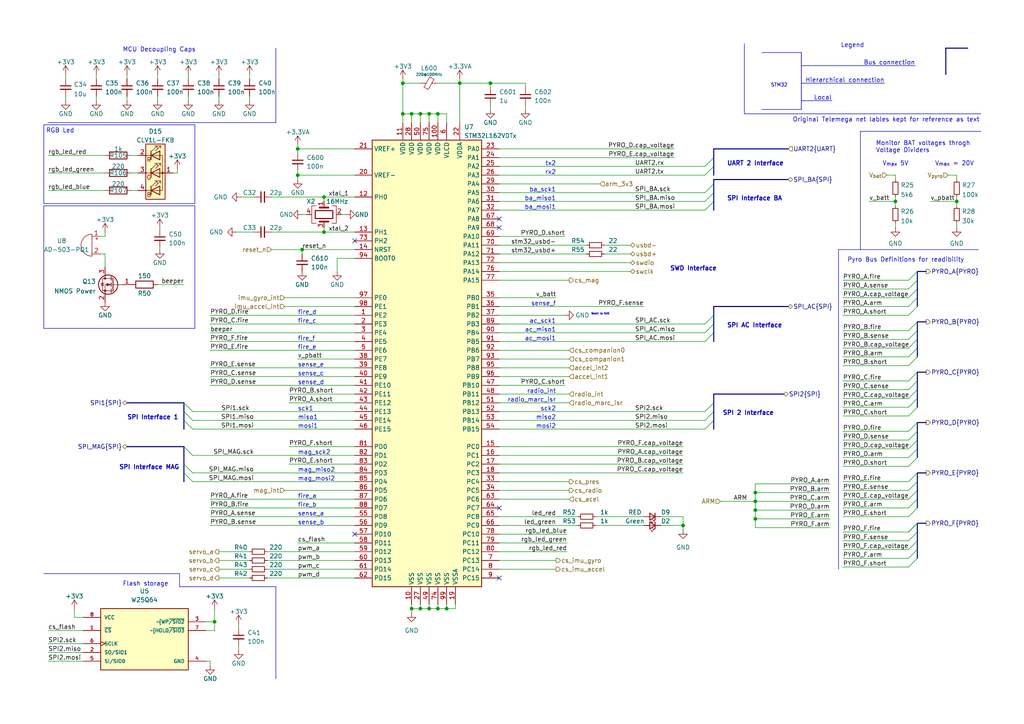
<source format=kicad_sch>
(kicad_sch (version 20231120) (generator "eeschema") (generator_version "8.0")
  (paper "A4")
  (title_block (title "TeleSTERN Rocketry Flight Computer") (date "2023-03-30") (rev "2.2") (company "Space Team Aachen - STAR Dresden - Hochschule Bremen") (comment 1 "Based on Telemega 5.0 by Altusmetrum") (comment 2 "TAPR Open Hardware License"))
  (junction (at 93.98 57.15))
  (junction (at 119.38 33.02))
  (junction (at 116.84 33.02))
  (junction (at 116.84 24.13))
  (junction (at 219.075 145.415))
  (junction (at 277.495 58.42))
  (junction (at 133.35 24.13))
  (junction (at 219.075 150.495))
  (junction (at 93.98 67.31))
  (junction (at 198.12 152.4))
  (junction (at 127 33.02))
  (junction (at 129.54 176.53))
  (junction (at 121.92 176.53))
  (junction (at 121.92 33.02))
  (junction (at 119.38 176.53))
  (junction (at 127 176.53))
  (junction (at 219.075 147.955))
  (junction (at 124.46 33.02))
  (junction (at 142.24 24.13))
  (junction (at 86.36 43.18))
  (junction (at 124.46 176.53))
  (junction (at 86.36 50.8))
  (junction (at 62.23 180.34))
  (junction (at 219.075 142.875))
  (junction (at 87.63 72.39))
  (junction (at 259.715 58.42))
  (no_connect (at 144.78 63.5))
  (no_connect (at 102.87 69.85))
  (no_connect (at 144.78 147.32))
  (no_connect (at 144.78 66.04))
  (no_connect (at 102.87 154.94))
  (no_connect (at 144.78 167.64))
  (bus_entry (at 53.34 119.38) (size 2.54 2.54))
  (bus_entry (at 207.01 96.52) (size -2.54 2.54))
  (bus_entry (at 207.01 58.42) (size -2.54 2.54))
  (bus_entry (at 266.065 118.11) (size -2.54 2.54))
  (bus_entry (at 266.065 107.95) (size -2.54 2.54))
  (bus_entry (at 53.34 137.16) (size 2.54 2.54))
  (bus_entry (at 266.065 154.305) (size -2.54 2.54))
  (bus_entry (at 266.065 110.49) (size -2.54 2.54))
  (bus_entry (at 207.01 121.92) (size -2.54 2.54))
  (bus_entry (at 266.065 88.9) (size -2.54 2.54))
  (bus_entry (at 266.065 115.57) (size -2.54 2.54))
  (bus_entry (at 266.065 159.385) (size -2.54 2.54))
  (bus_entry (at 266.065 103.505) (size -2.54 2.54))
  (bus_entry (at 266.065 93.345) (size -2.54 2.54))
  (bus_entry (at 207.01 91.44) (size -2.54 2.54))
  (bus_entry (at 207.01 55.88) (size -2.54 2.54))
  (bus_entry (at 266.065 98.425) (size -2.54 2.54))
  (bus_entry (at 266.065 142.24) (size -2.54 2.54))
  (bus_entry (at 207.01 48.26) (size -2.54 2.54))
  (bus_entry (at 266.065 83.82) (size -2.54 2.54))
  (bus_entry (at 266.065 86.36) (size -2.54 2.54))
  (bus_entry (at 207.01 45.72) (size -2.54 2.54))
  (bus_entry (at 266.065 78.74) (size -2.54 2.54))
  (bus_entry (at 207.01 53.34) (size -2.54 2.54))
  (bus_entry (at 266.065 156.845) (size -2.54 2.54))
  (bus_entry (at 266.065 144.78) (size -2.54 2.54))
  (bus_entry (at 266.065 130.175) (size -2.54 2.54))
  (bus_entry (at 266.065 151.765) (size -2.54 2.54))
  (bus_entry (at 207.01 119.38) (size -2.54 2.54))
  (bus_entry (at 207.01 93.98) (size -2.54 2.54))
  (bus_entry (at 53.34 116.84) (size 2.54 2.54))
  (bus_entry (at 266.065 137.16) (size -2.54 2.54))
  (bus_entry (at 266.065 113.03) (size -2.54 2.54))
  (bus_entry (at 266.065 147.32) (size -2.54 2.54))
  (bus_entry (at 53.34 134.62) (size 2.54 2.54))
  (bus_entry (at 207.01 116.84) (size -2.54 2.54))
  (bus_entry (at 266.065 100.965) (size -2.54 2.54))
  (bus_entry (at 266.065 122.555) (size -2.54 2.54))
  (bus_entry (at 266.065 132.715) (size -2.54 2.54))
  (bus_entry (at 266.065 127.635) (size -2.54 2.54))
  (bus_entry (at 266.065 139.7) (size -2.54 2.54))
  (bus_entry (at 266.065 151.765) (size -2.54 2.54))
  (bus_entry (at 53.34 129.54) (size 2.54 2.54))
  (bus_entry (at 266.065 125.095) (size -2.54 2.54))
  (bus_entry (at 53.34 121.92) (size 2.54 2.54))
  (bus_entry (at 266.065 161.925) (size -2.54 2.54))
  (bus_entry (at 266.065 81.28) (size -2.54 2.54))
  (bus_entry (at 266.065 95.885) (size -2.54 2.54))
  (wire (pts (xy 63.5 162.56) (xy 72.39 162.56)))
  (wire (pts (xy 45.72 82.55) (xy 53.34 82.55)))
  (wire (pts (xy 59.69 182.88) (xy 62.23 182.88)))
  (polyline (pts (xy 232.41 24.13) (xy 256.54 24.13)))
  (bus (pts (xy 266.065 154.305) (xy 266.065 156.845)))
  (wire (pts (xy 244.475 83.82) (xy 263.525 83.82)))
  (wire (pts (xy 124.46 33.02) (xy 124.46 35.56)))
  (wire (pts (xy 55.88 132.08) (xy 102.87 132.08)))
  (wire (pts (xy 144.78 99.06) (xy 204.47 99.06)))
  (wire (pts (xy 129.54 175.26) (xy 129.54 176.53)))
  (wire (pts (xy 60.96 99.06) (xy 102.87 99.06)))
  (wire (pts (xy 87.63 73.66) (xy 87.63 72.39)))
  (bus (pts (xy 207.01 48.26) (xy 207.01 45.72)))
  (wire (pts (xy 219.075 145.415) (xy 240.665 145.415)))
  (bus (pts (xy 266.065 139.7) (xy 266.065 142.24)))
  (wire (pts (xy 62.23 176.53) (xy 62.23 180.34)))
  (wire (pts (xy 38.1 55.245) (xy 40.005 55.245)))
  (polyline (pts (xy 52.07 166.37) (xy 52.07 170.18)))
  (polyline (pts (xy 12.7 95.25) (xy 56.515 95.25)))
  (bus (pts (xy 228.6 52.07) (xy 207.01 52.07)))
  (wire (pts (xy 54.61 21.59) (xy 54.61 22.86)))
  (wire (pts (xy 124.46 175.26) (xy 124.46 176.53)))
  (wire (pts (xy 144.78 132.08) (xy 198.12 132.08)))
  (wire (pts (xy 127 176.53) (xy 129.54 176.53)))
  (wire (pts (xy 244.475 130.175) (xy 263.525 130.175)))
  (polyline (pts (xy 232.41 19.05) (xy 265.43 19.05)))
  (wire (pts (xy 144.78 165.1) (xy 161.29 165.1)))
  (wire (pts (xy 129.54 176.53) (xy 132.08 176.53)))
  (bus (pts (xy 207.01 119.38) (xy 207.01 116.84)))
  (wire (pts (xy 87.63 62.23) (xy 88.9 62.23)))
  (wire (pts (xy 127 24.13) (xy 133.35 24.13)))
  (bus (pts (xy 207.01 93.98) (xy 207.01 91.44)))
  (wire (pts (xy 244.475 132.715) (xy 263.525 132.715)))
  (wire (pts (xy 144.78 58.42) (xy 204.47 58.42)))
  (wire (pts (xy 72.39 27.94) (xy 72.39 29.21)))
  (wire (pts (xy 83.82 134.62) (xy 102.87 134.62)))
  (wire (pts (xy 27.94 21.59) (xy 27.94 22.86)))
  (wire (pts (xy 208.915 145.415) (xy 219.075 145.415)))
  (wire (pts (xy 55.88 121.92) (xy 102.87 121.92)))
  (polyline (pts (xy 232.41 15.24) (xy 232.41 31.75)))
  (polyline (pts (xy 215.9 33.02) (xy 284.48 33.02)))
  (wire (pts (xy 87.63 72.39) (xy 102.87 72.39)))
  (polyline (pts (xy 232.41 29.21) (xy 241.3 29.21)))
  (wire (pts (xy 60.96 144.78) (xy 102.87 144.78)))
  (wire (pts (xy 102.87 152.4) (xy 60.96 152.4)))
  (wire (pts (xy 186.69 88.9) (xy 144.78 88.9)))
  (polyline (pts (xy 52.07 170.18) (xy 80.01 170.18)))
  (wire (pts (xy 219.075 140.335) (xy 240.665 140.335)))
  (wire (pts (xy 124.46 176.53) (xy 127 176.53)))
  (wire (pts (xy 144.78 134.62) (xy 198.12 134.62)))
  (wire (pts (xy 144.78 101.6) (xy 165.1 101.6)))
  (wire (pts (xy 60.96 96.52) (xy 102.87 96.52)))
  (wire (pts (xy 45.72 21.59) (xy 45.72 22.86)))
  (wire (pts (xy 144.78 78.74) (xy 182.88 78.74)))
  (wire (pts (xy 144.78 53.34) (xy 173.99 53.34)))
  (wire (pts (xy 13.97 189.23) (xy 24.13 189.23)))
  (wire (pts (xy 127 33.02) (xy 129.54 33.02)))
  (wire (pts (xy 219.075 150.495) (xy 240.665 150.495)))
  (wire (pts (xy 244.475 127.635) (xy 263.525 127.635)))
  (wire (pts (xy 59.69 191.77) (xy 60.96 191.77)))
  (wire (pts (xy 127 175.26) (xy 127 176.53)))
  (wire (pts (xy 144.78 116.84) (xy 165.1 116.84)))
  (wire (pts (xy 127 33.02) (xy 124.46 33.02)))
  (wire (pts (xy 86.36 49.53) (xy 86.36 50.8)))
  (wire (pts (xy 116.84 33.02) (xy 116.84 35.56)))
  (wire (pts (xy 50.165 50.165) (xy 51.435 50.165)))
  (polyline (pts (xy 12.7 59.69) (xy 12.7 95.25)))
  (wire (pts (xy 144.78 104.14) (xy 165.1 104.14)))
  (wire (pts (xy 82.55 86.36) (xy 102.87 86.36)))
  (polyline (pts (xy 13.97 35.56) (xy 80.01 35.56)))
  (wire (pts (xy 62.23 180.34) (xy 62.23 182.88)))
  (wire (pts (xy 259.715 58.42) (xy 259.715 59.69)))
  (bus (pts (xy 266.065 78.74) (xy 266.065 81.28)))
  (wire (pts (xy 63.5 165.1) (xy 72.39 165.1)))
  (wire (pts (xy 86.36 43.18) (xy 102.87 43.18)))
  (wire (pts (xy 97.79 74.93) (xy 97.79 78.74)))
  (wire (pts (xy 244.475 115.57) (xy 263.525 115.57)))
  (wire (pts (xy 13.97 50.165) (xy 30.48 50.165)))
  (wire (pts (xy 78.74 67.31) (xy 93.98 67.31)))
  (wire (pts (xy 46.355 71.755) (xy 46.355 72.39)))
  (wire (pts (xy 244.475 135.255) (xy 263.525 135.255)))
  (wire (pts (xy 21.59 179.07) (xy 24.13 179.07)))
  (wire (pts (xy 277.495 57.15) (xy 277.495 58.42)))
  (polyline (pts (xy 220.98 15.24) (xy 232.41 15.24)))
  (wire (pts (xy 219.075 140.335) (xy 219.075 142.875)))
  (wire (pts (xy 198.12 152.4) (xy 198.12 153.67)))
  (wire (pts (xy 102.87 104.14) (xy 86.36 104.14)))
  (wire (pts (xy 82.55 142.24) (xy 102.87 142.24)))
  (wire (pts (xy 277.495 50.8) (xy 277.495 52.07)))
  (wire (pts (xy 191.77 152.4) (xy 198.12 152.4)))
  (wire (pts (xy 129.54 33.02) (xy 129.54 35.56)))
  (wire (pts (xy 244.475 154.305) (xy 263.525 154.305)))
  (bus (pts (xy 53.34 121.92) (xy 53.34 124.46)))
  (wire (pts (xy 244.475 81.28) (xy 263.525 81.28)))
  (wire (pts (xy 244.475 98.425) (xy 263.525 98.425)))
  (bus (pts (xy 207.01 116.84) (xy 207.01 114.3)))
  (bus (pts (xy 266.065 127.635) (xy 266.065 130.175)))
  (wire (pts (xy 86.36 44.45) (xy 86.36 43.18)))
  (wire (pts (xy 152.4 24.13) (xy 152.4 25.4)))
  (polyline (pts (xy 232.41 15.24) (xy 232.41 31.75)))
  (wire (pts (xy 244.475 110.49) (xy 263.525 110.49)))
  (wire (pts (xy 127 35.56) (xy 127 33.02)))
  (wire (pts (xy 102.87 74.93) (xy 97.79 74.93)))
  (wire (pts (xy 144.78 76.2) (xy 182.88 76.2)))
  (polyline (pts (xy 80.01 170.18) (xy 80.01 196.85)))
  (bus (pts (xy 266.065 110.49) (xy 266.065 113.03)))
  (wire (pts (xy 277.495 58.42) (xy 277.495 59.69)))
  (bus (pts (xy 268.605 78.74) (xy 266.065 78.74)))
  (wire (pts (xy 83.82 129.54) (xy 102.87 129.54)))
  (wire (pts (xy 60.96 101.6) (xy 102.87 101.6)))
  (bus (pts (xy 53.34 134.62) (xy 53.34 137.16)))
  (wire (pts (xy 72.39 21.59) (xy 72.39 22.86)))
  (bus (pts (xy 266.065 125.095) (xy 266.065 127.635)))
  (wire (pts (xy 82.55 88.9) (xy 102.87 88.9)))
  (wire (pts (xy 198.12 149.86) (xy 198.12 152.4)))
  (wire (pts (xy 244.475 139.7) (xy 263.525 139.7)))
  (wire (pts (xy 121.92 33.02) (xy 119.38 33.02)))
  (wire (pts (xy 121.92 175.26) (xy 121.92 176.53)))
  (wire (pts (xy 144.78 73.66) (xy 170.18 73.66)))
  (wire (pts (xy 144.78 109.22) (xy 165.1 109.22)))
  (wire (pts (xy 144.78 137.16) (xy 198.12 137.16)))
  (wire (pts (xy 13.97 191.77) (xy 24.13 191.77)))
  (wire (pts (xy 55.88 137.16) (xy 102.87 137.16)))
  (wire (pts (xy 244.475 86.36) (xy 263.525 86.36)))
  (wire (pts (xy 244.475 95.885) (xy 263.525 95.885)))
  (wire (pts (xy 30.48 67.31) (xy 30.48 68.58)))
  (wire (pts (xy 172.72 149.86) (xy 186.69 149.86)))
  (wire (pts (xy 144.78 86.36) (xy 161.29 86.36)))
  (wire (pts (xy 69.215 187.325) (xy 69.215 188.595)))
  (wire (pts (xy 142.24 30.48) (xy 142.24 31.75)))
  (wire (pts (xy 78.74 57.15) (xy 93.98 57.15)))
  (wire (pts (xy 191.77 149.86) (xy 198.12 149.86)))
  (wire (pts (xy 244.475 118.11) (xy 263.525 118.11)))
  (wire (pts (xy 144.78 60.96) (xy 204.47 60.96)))
  (polyline (pts (xy 249.555 72.39) (xy 283.845 72.39)))
  (wire (pts (xy 60.96 93.98) (xy 102.87 93.98)))
  (wire (pts (xy 13.97 45.085) (xy 30.48 45.085)))
  (polyline (pts (xy 215.9 12.7) (xy 215.9 33.02)))
  (wire (pts (xy 93.98 57.15) (xy 102.87 57.15)))
  (polyline (pts (xy 249.555 38.1) (xy 249.555 72.39)))
  (wire (pts (xy 144.78 71.12) (xy 170.18 71.12)))
  (wire (pts (xy 144.78 114.3) (xy 165.1 114.3)))
  (wire (pts (xy 244.475 120.65) (xy 263.525 120.65)))
  (wire (pts (xy 144.78 55.88) (xy 204.47 55.88)))
  (wire (pts (xy 172.72 152.4) (xy 186.69 152.4)))
  (wire (pts (xy 77.47 165.1) (xy 102.87 165.1)))
  (bus (pts (xy 36.83 129.54) (xy 53.34 129.54)))
  (wire (pts (xy 144.78 48.26) (xy 204.47 48.26)))
  (wire (pts (xy 63.5 21.59) (xy 63.5 22.86)))
  (bus (pts (xy 266.065 113.03) (xy 266.065 115.57)))
  (wire (pts (xy 244.475 159.385) (xy 263.525 159.385)))
  (wire (pts (xy 55.88 139.7) (xy 102.87 139.7)))
  (wire (pts (xy 144.78 157.48) (xy 164.465 157.48)))
  (wire (pts (xy 86.36 52.07) (xy 86.36 50.8)))
  (wire (pts (xy 45.72 27.94) (xy 45.72 29.21)))
  (wire (pts (xy 244.475 149.86) (xy 263.525 149.86)))
  (wire (pts (xy 144.78 152.4) (xy 167.64 152.4)))
  (bus (pts (xy 207.01 43.18) (xy 228.6 43.18)))
  (wire (pts (xy 244.475 142.24) (xy 263.525 142.24)))
  (wire (pts (xy 119.38 176.53) (xy 119.38 177.8)))
  (wire (pts (xy 144.78 154.94) (xy 164.465 154.94)))
  (wire (pts (xy 27.94 27.94) (xy 27.94 29.21)))
  (wire (pts (xy 68.58 67.31) (xy 73.66 67.31)))
  (wire (pts (xy 30.48 73.66) (xy 30.48 77.47)))
  (bus (pts (xy 266.065 86.36) (xy 266.065 88.9)))
  (wire (pts (xy 19.05 21.59) (xy 19.05 22.86)))
  (wire (pts (xy 244.475 113.03) (xy 263.525 113.03)))
  (bus (pts (xy 53.34 137.16) (xy 53.34 139.7)))
  (wire (pts (xy 144.78 93.98) (xy 204.47 93.98)))
  (bus (pts (xy 274.32 13.97) (xy 274.32 21.59)))
  (wire (pts (xy 175.26 73.66) (xy 182.88 73.66)))
  (wire (pts (xy 244.475 103.505) (xy 263.525 103.505)))
  (bus (pts (xy 266.065 81.28) (xy 266.065 83.82)))
  (wire (pts (xy 102.87 149.86) (xy 60.96 149.86)))
  (wire (pts (xy 60.96 191.77) (xy 60.96 193.04)))
  (wire (pts (xy 83.82 116.84) (xy 102.87 116.84)))
  (bus (pts (xy 36.83 116.84) (xy 53.34 116.84)))
  (bus (pts (xy 266.065 100.965) (xy 266.065 103.505)))
  (wire (pts (xy 38.1 45.085) (xy 40.005 45.085)))
  (wire (pts (xy 144.78 81.28) (xy 165.1 81.28)))
  (wire (pts (xy 121.92 33.02) (xy 121.92 35.56)))
  (wire (pts (xy 269.875 58.42) (xy 277.495 58.42)))
  (wire (pts (xy 277.495 64.77) (xy 277.495 66.04)))
  (bus (pts (xy 207.01 50.8) (xy 207.01 48.26)))
  (wire (pts (xy 259.715 50.8) (xy 259.715 52.07)))
  (wire (pts (xy 69.215 180.975) (xy 69.215 182.245)))
  (wire (pts (xy 259.715 57.15) (xy 259.715 58.42)))
  (wire (pts (xy 93.98 67.31) (xy 93.98 66.04)))
  (wire (pts (xy 119.38 33.02) (xy 119.38 35.56)))
  (wire (pts (xy 86.36 50.8) (xy 102.87 50.8)))
  (wire (pts (xy 198.12 129.54) (xy 144.78 129.54)))
  (wire (pts (xy 13.97 186.69) (xy 24.13 186.69)))
  (wire (pts (xy 119.38 175.26) (xy 119.38 176.53)))
  (wire (pts (xy 60.96 147.32) (xy 102.87 147.32)))
  (wire (pts (xy 36.83 27.94) (xy 36.83 29.21)))
  (wire (pts (xy 55.88 124.46) (xy 102.87 124.46)))
  (bus (pts (xy 207.01 45.72) (xy 207.01 43.18)))
  (bus (pts (xy 266.065 144.78) (xy 266.065 147.32)))
  (wire (pts (xy 36.83 21.59) (xy 36.83 22.86)))
  (wire (pts (xy 244.475 144.78) (xy 263.525 144.78)))
  (wire (pts (xy 144.78 149.86) (xy 167.64 149.86)))
  (bus (pts (xy 268.605 122.555) (xy 266.065 122.555)))
  (wire (pts (xy 51.435 50.165) (xy 51.435 48.895)))
  (wire (pts (xy 142.24 24.13) (xy 152.4 24.13)))
  (wire (pts (xy 144.78 96.52) (xy 204.47 96.52)))
  (wire (pts (xy 116.84 24.13) (xy 121.92 24.13)))
  (wire (pts (xy 60.96 111.76) (xy 102.87 111.76)))
  (wire (pts (xy 219.075 147.955) (xy 219.075 145.415)))
  (wire (pts (xy 121.92 176.53) (xy 124.46 176.53)))
  (wire (pts (xy 244.475 147.32) (xy 263.525 147.32)))
  (wire (pts (xy 144.78 91.44) (xy 163.83 91.44)))
  (bus (pts (xy 207.01 114.3) (xy 227.33 114.3)))
  (wire (pts (xy 60.96 109.22) (xy 102.87 109.22)))
  (wire (pts (xy 54.61 27.94) (xy 54.61 29.21)))
  (wire (pts (xy 133.35 22.86) (xy 133.35 24.13)))
  (wire (pts (xy 119.38 176.53) (xy 121.92 176.53)))
  (wire (pts (xy 219.075 147.955) (xy 240.665 147.955)))
  (bus (pts (xy 207.01 91.44) (xy 207.01 88.9)))
  (wire (pts (xy 144.78 119.38) (xy 204.47 119.38)))
  (wire (pts (xy 133.35 35.56) (xy 133.35 24.13)))
  (wire (pts (xy 13.97 55.245) (xy 30.48 55.245)))
  (bus (pts (xy 207.01 55.88) (xy 207.01 58.42)))
  (wire (pts (xy 93.98 67.31) (xy 102.87 67.31)))
  (bus (pts (xy 266.065 142.24) (xy 266.065 144.78)))
  (wire (pts (xy 116.84 22.86) (xy 116.84 24.13)))
  (bus (pts (xy 266.065 130.175) (xy 266.065 132.715)))
  (bus (pts (xy 53.34 129.54) (xy 53.34 134.62)))
  (bus (pts (xy 53.34 119.38) (xy 53.34 121.92)))
  (wire (pts (xy 163.83 68.58) (xy 144.78 68.58)))
  (wire (pts (xy 77.47 162.56) (xy 102.87 162.56)))
  (bus (pts (xy 280.67 13.97) (xy 274.32 13.97)))
  (wire (pts (xy 116.84 33.02) (xy 116.84 24.13)))
  (bus (pts (xy 207.01 121.92) (xy 207.01 119.38)))
  (bus (pts (xy 207.01 58.42) (xy 207.01 60.96)))
  (bus (pts (xy 266.065 107.95) (xy 266.065 110.49)))
  (wire (pts (xy 244.475 164.465) (xy 263.525 164.465)))
  (bus (pts (xy 207.01 88.9) (xy 228.6 88.9)))
  (bus (pts (xy 268.605 107.95) (xy 266.065 107.95)))
  (bus (pts (xy 266.065 93.345) (xy 266.065 95.885)))
  (bus (pts (xy 266.065 122.555) (xy 266.065 125.095)))
  (wire (pts (xy 63.5 27.94) (xy 63.5 29.21)))
  (wire (pts (xy 69.85 57.15) (xy 73.66 57.15)))
  (bus (pts (xy 207.01 53.34) (xy 207.01 55.88)))
  (polyline (pts (xy 284.48 38.1) (xy 249.555 38.1)))
  (bus (pts (xy 268.605 151.765) (xy 266.065 151.765)))
  (wire (pts (xy 144.78 144.78) (xy 165.1 144.78)))
  (wire (pts (xy 142.24 25.4) (xy 142.24 24.13)))
  (polyline (pts (xy 12.7 166.37) (xy 52.07 166.37)))
  (wire (pts (xy 13.97 182.88) (xy 24.13 182.88)))
  (wire (pts (xy 163.83 111.76) (xy 144.78 111.76)))
  (wire (pts (xy 144.78 160.02) (xy 164.465 160.02)))
  (wire (pts (xy 19.05 27.94) (xy 19.05 29.21)))
  (wire (pts (xy 86.36 41.91) (xy 86.36 43.18)))
  (wire (pts (xy 144.78 50.8) (xy 204.47 50.8)))
  (wire (pts (xy 144.78 106.68) (xy 165.1 106.68)))
  (wire (pts (xy 77.47 160.02) (xy 102.87 160.02)))
  (polyline (pts (xy 12.7 59.69) (xy 56.515 59.69)))
  (wire (pts (xy 244.475 88.9) (xy 263.525 88.9)))
  (polyline (pts (xy 243.205 72.39) (xy 243.205 165.1)))
  (wire (pts (xy 244.475 106.045) (xy 263.525 106.045)))
  (wire (pts (xy 195.58 45.72) (xy 144.78 45.72)))
  (wire (pts (xy 60.96 106.68) (xy 102.87 106.68)))
  (wire (pts (xy 144.78 162.56) (xy 161.29 162.56)))
  (wire (pts (xy 244.475 100.965) (xy 263.525 100.965)))
  (wire (pts (xy 29.21 68.58) (xy 30.48 68.58)))
  (wire (pts (xy 244.475 161.925) (xy 263.525 161.925)))
  (bus (pts (xy 207.01 96.52) (xy 207.01 93.98)))
  (bus (pts (xy 268.605 137.16) (xy 266.065 137.16)))
  (wire (pts (xy 99.06 62.23) (xy 100.33 62.23)))
  (wire (pts (xy 21.59 176.53) (xy 21.59 179.07)))
  (polyline (pts (xy 220.98 31.75) (xy 232.41 31.75)))
  (wire (pts (xy 252.095 58.42) (xy 259.715 58.42)))
  (wire (pts (xy 133.35 24.13) (xy 142.24 24.13)))
  (bus (pts (xy 266.065 156.845) (xy 266.065 159.385)))
  (wire (pts (xy 83.82 114.3) (xy 102.87 114.3)))
  (wire (pts (xy 132.08 176.53) (xy 132.08 175.26)))
  (wire (pts (xy 46.355 66.04) (xy 46.355 66.675)))
  (wire (pts (xy 219.075 153.035) (xy 240.665 153.035)))
  (wire (pts (xy 175.26 71.12) (xy 182.88 71.12)))
  (wire (pts (xy 63.5 167.64) (xy 72.39 167.64)))
  (bus (pts (xy 266.065 95.885) (xy 266.065 98.425)))
  (wire (pts (xy 77.47 167.64) (xy 102.87 167.64)))
  (wire (pts (xy 86.36 157.48) (xy 102.87 157.48)))
  (wire (pts (xy 144.78 139.7) (xy 165.1 139.7)))
  (polyline (pts (xy 243.205 72.39) (xy 249.555 72.39)))
  (wire (pts (xy 274.955 50.8) (xy 277.495 50.8)))
  (wire (pts (xy 219.075 150.495) (xy 219.075 147.955)))
  (bus (pts (xy 268.605 93.345) (xy 266.065 93.345)))
  (bus (pts (xy 207.01 124.46) (xy 207.01 121.92)))
  (bus (pts (xy 266.065 98.425) (xy 266.065 100.965)))
  (wire (pts (xy 63.5 160.02) (xy 72.39 160.02)))
  (wire (pts (xy 259.715 64.77) (xy 259.715 66.04)))
  (wire (pts (xy 144.78 43.18) (xy 195.58 43.18)))
  (bus (pts (xy 266.065 83.82) (xy 266.065 86.36)))
  (wire (pts (xy 119.38 33.02) (xy 116.84 33.02)))
  (bus (pts (xy 266.065 137.16) (xy 266.065 139.7)))
  (bus (pts (xy 207.01 52.07) (xy 207.01 53.34)))
  (wire (pts (xy 38.1 50.165) (xy 40.005 50.165)))
  (wire (pts (xy 55.88 119.38) (xy 102.87 119.38)))
  (wire (pts (xy 244.475 91.44) (xy 263.525 91.44)))
  (wire (pts (xy 60.96 91.44) (xy 102.87 91.44)))
  (wire (pts (xy 219.075 142.875) (xy 219.075 145.415)))
  (wire (pts (xy 219.075 142.875) (xy 240.665 142.875)))
  (wire (pts (xy 93.98 57.15) (xy 93.98 58.42)))
  (wire (pts (xy 257.175 50.8) (xy 259.715 50.8)))
  (wire (pts (xy 219.075 153.035) (xy 219.075 150.495)))
  (wire (pts (xy 124.46 33.02) (xy 121.92 33.02)))
  (bus (pts (xy 53.34 116.84) (xy 53.34 119.38)))
  (wire (pts (xy 78.74 72.39) (xy 87.63 72.39)))
  (wire (pts (xy 152.4 30.48) (xy 152.4 31.75)))
  (polyline (pts (xy 56.515 95.25) (xy 56.515 59.69)))
  (wire (pts (xy 144.78 124.46) (xy 204.47 124.46)))
  (bus (pts (xy 266.065 159.385) (xy 266.065 161.925)))
  (wire (pts (xy 144.78 142.24) (xy 165.1 142.24)))
  (polyline (pts (xy 80.01 13.97) (xy 80.01 35.56)))
  (wire (pts (xy 244.475 125.095) (xy 263.525 125.095)))
  (bus (pts (xy 207.01 99.06) (xy 207.01 96.52)))
  (wire (pts (xy 244.475 156.845) (xy 263.525 156.845)))
  (wire (pts (xy 59.69 180.34) (xy 62.23 180.34)))
  (wire (pts (xy 144.78 121.92) (xy 204.47 121.92)))
  (bus (pts (xy 266.065 115.57) (xy 266.065 118.11)))
  (bus (pts (xy 266.065 151.765) (xy 266.065 154.305)))
  (wire (pts (xy 30.48 73.66) (xy 29.21 73.66)))
  (rectangle (start 12.7 36.195) (end 56.515 59.055))
  (text "Local" (at 241.3 29.21 0) (effects (font (size 1.27 1.27)) (justify right bottom)))
  (text "mosi1" (at 86.36 124.46 0) (effects (font (size 1.27 1.27)) (justify left bottom)))
  (text "MCU Decoupling Caps" (at 35.56 15.24 0) (effects (font (size 1.27 1.27)) (justify left bottom)))
  (text "fire_e" (at 86.36 101.6 0) (effects (font (size 1.27 1.27)) (justify left bottom)))
  (text "mag_sck2" (at 86.36 132.08 0) (effects (font (size 1.27 1.27)) (justify left bottom)))
  (text "RGB Led\n" (at 13.335 38.735 0) (effects (font (size 1.27 1.27)) (justify left bottom)))
  (text "fire_b" (at 86.36 147.32 0) (effects (font (size 1.27 1.27)) (justify left bottom)))
  (text "fire_d" (at 86.36 91.44 0) (effects (font (size 1.27 1.27)) (justify left bottom)))
  (text "ba_mosi1" (at 161.29 60.96 0) (effects (font (size 1.27 1.27)) (justify right bottom)))
  (text "ba_sck1" (at 161.29 55.88 0) (effects (font (size 1.27 1.27)) (justify right bottom)))
  (text "Original Telemega net lables kept for reference as text" (at 229.87 35.56 0) (effects (font (size 1.27 1.27)) (justify left bottom)))
  (text "SPI Interface BA" (at 210.82 58.42 0) (effects (font (size 1.27 1.27) (thickness 0.254) (bold yes)) (justify left bottom)))
  (text "Monitor BAT voltages throgh\nVoltage Dividers" (at 254 44.45 0) (effects (font (size 1.27 1.27)) (justify left bottom)))
  (text "tx2" (at 161.29 48.26 0) (effects (font (size 1.27 1.27)) (justify right bottom)))
  (text "Flash storage" (at 35.56 170.18 0) (effects (font (size 1.27 1.27)) (justify left bottom)))
  (text "V_{max} = 20V" (at 271.145 48.26 0) (effects (font (size 1.27 1.27)) (justify left bottom)))
  (text "STM32" (at 223.52 25.4 0) (effects (font (size 1 1)) (justify left bottom)))
  (text "SPI AC Interface\n" (at 210.82 95.25 0) (effects (font (size 1.27 1.27) (thickness 0.254) (bold yes)) (justify left bottom)))
  (text "sense_a" (at 86.36 149.86 0) (effects (font (size 1.27 1.27)) (justify left bottom)))
  (text "mosi2" (at 161.29 124.46 0) (effects (font (size 1.27 1.27)) (justify right bottom)))
  (text "rx2" (at 161.29 50.8 0) (effects (font (size 1.27 1.27)) (justify right bottom)))
  (text "fire_f" (at 86.36 99.06 0) (effects (font (size 1.27 1.27)) (justify left bottom)))
  (text "Pyro Bus Definitions for readibility" (at 245.745 76.2 0) (effects (font (size 1.27 1.27)) (justify left bottom)))
  (text "mag_miso2" (at 86.36 137.16 0) (effects (font (size 1.27 1.27)) (justify left bottom)))
  (text "Hierarchical connection" (at 256.54 24.13 0) (effects (font (size 1.27 1.27)) (justify right bottom)))
  (text "sense_d" (at 86.36 111.76 0) (effects (font (size 1.27 1.27)) (justify left bottom)))
  (text "V_{max} 5V" (at 255.905 48.26 0) (effects (font (size 1.27 1.27)) (justify left bottom)))
  (text "fire_a" (at 86.36 144.78 0) (effects (font (size 1.27 1.27)) (justify left bottom)))
  (text "ac_miso1" (at 161.29 96.52 0) (effects (font (size 1.27 1.27)) (justify right bottom)))
  (text "sense_e\n" (at 86.36 106.68 0) (effects (font (size 1.27 1.27)) (justify left bottom)))
  (text "miso2" (at 161.29 121.92 0) (effects (font (size 1.27 1.27)) (justify right bottom)))
  (text "radio_marc_isr" (at 161.29 116.84 0) (effects (font (size 1.27 1.27)) (justify right bottom)))
  (text "ba_miso1" (at 161.29 58.42 0) (effects (font (size 1.27 1.27)) (justify right bottom)))
  (text "UART 2 Interface" (at 210.82 48.26 0) (effects (font (size 1.27 1.27) (thickness 0.254) (bold yes)) (justify left bottom)))
  (text "fire_c" (at 86.36 93.98 0) (effects (font (size 1.27 1.27)) (justify left bottom)))
  (text "SPI Interface 1\n" (at 36.83 121.92 0) (effects (font (size 1.27 1.27) (thickness 0.254) (bold yes)) (justify left bottom)))
  (text "SPI 2 Interface" (at 209.55 120.65 0) (effects (font (size 1.27 1.27) (thickness 0.254) (bold yes)) (justify left bottom)))
  (text "Bus connection" (at 265.43 19.05 0) (effects (font (size 1.27 1.27)) (justify right bottom)))
  (text "sense_b" (at 86.36 152.4 0) (effects (font (size 1.27 1.27)) (justify left bottom)))
  (text "sense_f" (at 161.29 88.9 0) (effects (font (size 1.27 1.27)) (justify right bottom)))
  (text "Legend" (at 243.84 13.97 0) (effects (font (size 1.27 1.27)) (justify left bottom)))
  (text "miso1" (at 86.36 121.92 0) (effects (font (size 1.27 1.27)) (justify left bottom)))
  (text "SPI Interface MAG\n\n" (at 52.07 138.43 0) (effects (font (size 1.27 1.27) (thickness 0.254) (bold yes)) (justify right bottom)))
  (text "Boot1 to GND" (at 171.45 91.44 0) (effects (font (size 0.5 0.5)) (justify left bottom)))
  (text "ac_mosi1" (at 161.29 99.06 0) (effects (font (size 1.27 1.27)) (justify right bottom)))
  (text "sck1" (at 86.36 119.38 0) (effects (font (size 1.27 1.27)) (justify left bottom)))
  (text "mag_mosi2" (at 86.36 139.7 0) (effects (font (size 1.27 1.27)) (justify left bottom)))
  (text "SWD Interface" (at 194.31 78.74 0) (effects (font (size 1.27 1.27) (thickness 0.254) (bold yes)) (justify left bottom)))
  (text "radio_int" (at 161.29 114.3 0) (effects (font (size 1.27 1.27)) (justify right bottom)))
  (text "ac_sck1" (at 161.29 93.98 0) (effects (font (size 1.27 1.27)) (justify right bottom)))
  (text "sck2" (at 161.29 119.38 0) (effects (font (size 1.27 1.27)) (justify right bottom)))
  (text "sense_c" (at 86.36 109.22 0) (effects (font (size 1.27 1.27)) (justify left bottom)))
  (label "PYRO_E.sense" (at 244.475 142.24 0))
  (label "SPI2.mosi" (at 13.97 191.77 0))
  (label "PYRO_A.arm" (at 244.475 88.9 0))
  (label "rgb_led_green" (at 13.97 50.165 0))
  (label "PYRO_B.cap_voltage" (at 244.475 100.965 0))
  (label "PYRO_E.fire" (at 60.96 101.6 0))
  (label "beeper" (at 60.96 96.52 0))
  (label "PYRO_C.arm" (at 240.665 145.415 180))
  (label "PYRO_C.short" (at 163.83 111.76 180))
  (label "rgb_led_green" (at 164.465 157.48 180))
  (label "rgb_led_blue" (at 164.465 154.94 180))
  (label "PYRO_F.cap_voltage" (at 198.12 129.54 180))
  (label "pwm_b" (at 86.36 162.56 0))
  (label "pwm_d" (at 86.36 167.64 0))
  (label "PYRO_E.arm" (at 244.475 147.32 0))
  (label "PYRO_B.fire" (at 60.96 147.32 0))
  (label "v_batt" (at 252.095 58.42 0))
  (label "v_pbatt" (at 86.36 104.14 0))
  (label "PYRO_F.arm" (at 240.665 153.035 180))
  (label "PYRO_C.arm" (at 244.475 118.11 0))
  (label "PYRO_B.arm" (at 240.665 142.875 180))
  (label "PYRO_B.short" (at 83.82 114.3 0))
  (label "ARM" (at 212.725 145.415 0))
  (label "PYRO_A.sense" (at 244.475 83.82 0))
  (label "PYRO_F.arm" (at 244.475 161.925 0))
  (label "PYRO_A.short" (at 244.475 91.44 0))
  (label "SPI_MAG.mosi" (at 73.66 139.7 180))
  (label "SPI2.miso" (at 13.97 189.23 0))
  (label "PYRO_D.short" (at 163.83 68.58 180))
  (label "PYRO_B.arm" (at 244.475 103.505 0))
  (label "PYRO_A.cap_voltage" (at 244.475 86.36 0))
  (label "SPI_AC.mosi" (at 184.15 99.06 0))
  (label "PYRO_A.fire" (at 244.475 81.28 0))
  (label "PYRO_B.cap_voltage" (at 198.12 134.62 180))
  (label "SPI_MAG.miso" (at 73.66 137.16 180))
  (label "v_batt" (at 161.29 86.36 180))
  (label "SPI2.miso" (at 184.15 121.92 0))
  (label "PYRO_B.short" (at 244.475 106.045 0))
  (label "cs_flash" (at 13.97 182.88 0))
  (label "pwm_c" (at 86.36 165.1 0))
  (label "PYRO_D.fire" (at 244.475 125.095 0))
  (label "PYRO_C.short" (at 244.475 120.65 0))
  (label "PYRO_A.short" (at 83.82 116.84 0))
  (label "PYRO_D.fire" (at 60.96 91.44 0))
  (label "SPI_AC.miso" (at 184.15 96.52 0))
  (label "PYRO_E.cap_voltage" (at 195.58 45.72 180))
  (label "PYRO_F.sense" (at 186.69 88.9 180))
  (label "PYRO_C.cap_voltage" (at 244.475 115.57 0))
  (label "PYRO_C.fire" (at 244.475 110.49 0))
  (label "PYRO_F.sense" (at 244.475 156.845 0))
  (label "led_green" (at 161.29 152.4 180))
  (label "UART2.rx" (at 184.15 48.26 0))
  (label "PYRO_F.short" (at 83.82 129.54 0))
  (label "SPI_BA.mosi" (at 184.15 60.96 0))
  (label "PYRO_D.arm" (at 240.665 147.955 180))
  (label "PYRO_E.arm" (at 240.665 150.495 180))
  (label "PYRO_C.sense" (at 244.475 113.03 0))
  (label "PYRO_C.fire" (at 60.96 93.98 0))
  (label "beeper" (at 53.34 82.55 180))
  (label "SPI_MAG.sck" (at 73.66 132.08 180))
  (label "PYRO_F.short" (at 244.475 164.465 0))
  (label "PYRO_A.sense" (at 60.96 149.86 0))
  (label "SPI2.sck" (at 13.97 186.69 0))
  (label "rgb_led_blue" (at 13.97 55.245 0))
  (label "xtal_2" (at 95.25 67.31 0))
  (label "reset_n" (at 87.63 72.39 0))
  (label "SPI_AC.sck" (at 184.15 93.98 0))
  (label "PYRO_A.cap_voltage" (at 198.12 132.08 180))
  (label "stm32_usbd-" (at 161.29 71.12 180))
  (label "PYRO_D.cap_voltage" (at 195.58 43.18 180))
  (label "SPI_BA.miso" (at 184.15 58.42 0))
  (label "PYRO_B.sense" (at 244.475 98.425 0))
  (label "PYRO_D.short" (at 244.475 135.255 0))
  (label "pwm_a" (at 86.36 160.02 0))
  (label "rgb_led_red" (at 13.97 45.085 0))
  (label "PYRO_E.fire" (at 244.475 139.7 0))
  (label "SPI1.miso" (at 73.66 121.92 180))
  (label "led_red" (at 161.29 149.86 180))
  (label "PYRO_E.cap_voltage" (at 244.475 144.78 0))
  (label "v_pbatt" (at 269.875 58.42 0))
  (label "PYRO_B.sense" (at 60.96 152.4 0))
  (label "PYRO_E.sense" (at 60.96 106.68 0))
  (label "xtal_1" (at 95.25 57.15 0))
  (label "PYRO_F.fire" (at 244.475 154.305 0))
  (label "PYRO_D.cap_voltage" (at 244.475 130.175 0))
  (label "PYRO_B.fire" (at 244.475 95.885 0))
  (label "PYRO_D.sense" (at 244.475 127.635 0))
  (label "cs_flash" (at 86.36 157.48 0))
  (label "PYRO_C.sense" (at 60.96 109.22 0))
  (label "SPI2.mosi" (at 184.15 124.46 0))
  (label "PYRO_A.fire" (at 60.96 144.78 0))
  (label "PYRO_D.sense" (at 60.96 111.76 0))
  (label "PYRO_D.arm" (at 244.475 132.715 0))
  (label "PYRO_C.cap_voltage" (at 198.12 137.16 180))
  (label "SPI1.mosi" (at 73.66 124.46 180))
  (label "PYRO_A.arm" (at 240.665 140.335 180))
  (label "PYRO_E.short" (at 83.82 134.62 0))
  (label "SPI2.sck" (at 184.15 119.38 0))
  (label "SPI1.sck" (at 72.39 119.38 180))
  (label "UART2.tx" (at 184.15 50.8 0))
  (label "PYRO_F.fire" (at 60.96 99.06 0))
  (label "rgb_led_red" (at 164.465 160.02 180))
  (label "PYRO_F.cap_voltage" (at 244.475 159.385 0))
  (label "SPI_BA.sck" (at 184.15 55.88 0))
  (label "PYRO_E.short" (at 244.475 149.86 0))
  (label "stm32_usbd+" (at 161.29 73.66 180))
  (hierarchical_label "SPI_AC{SPI}" (shape bidirectional) (at 228.6 88.9 0))
  (hierarchical_label "SPI_MAG{SPI}" (shape bidirectional) (at 36.83 129.54 180))
  (hierarchical_label "usbd-" (shape bidirectional) (at 182.88 71.12 0))
  (hierarchical_label "cs_companion0" (shape input) (at 165.1 101.6 0))
  (hierarchical_label "cs_radio" (shape output) (at 165.1 142.24 0))
  (hierarchical_label "servo_a" (shape output) (at 63.5 160.02 180))
  (hierarchical_label "reset_n" (shape input) (at 78.74 72.39 180))
  (hierarchical_label "V_{bat}" (shape input) (at 257.175 50.8 180))
  (hierarchical_label "radio_marc_isr" (shape input) (at 165.1 116.84 0))
  (hierarchical_label "accel_int2" (shape input) (at 165.1 106.68 0))
  (hierarchical_label "PYRO_E{PYRO}" (shape output) (at 268.605 137.16 0))
  (hierarchical_label "servo_d" (shape output) (at 63.5 167.64 180))
  (hierarchical_label "radio_int" (shape input) (at 165.1 114.3 0))
  (hierarchical_label "PYRO_F{PYRO}" (shape output) (at 268.605 151.765 0))
  (hierarchical_label "cs_imu_accel" (shape output) (at 161.29 165.1 0))
  (hierarchical_label "ARM" (shape input) (at 208.915 145.415 180))
  (hierarchical_label "cs_imu_gyro" (shape output) (at 161.29 162.56 0))
  (hierarchical_label "cs_pres" (shape output) (at 165.1 139.7 0))
  (hierarchical_label "servo_b" (shape output) (at 63.5 162.56 180))
  (hierarchical_label "arm_3v3" (shape input) (at 173.99 53.34 0))
  (hierarchical_label "imu_accel_int" (shape input) (at 82.55 88.9 180))
  (hierarchical_label "usbd+" (shape bidirectional) (at 182.88 73.66 0))
  (hierarchical_label "mag_int" (shape input) (at 82.55 142.24 180))
  (hierarchical_label "SPI2{SPI}" (shape bidirectional) (at 227.33 114.3 0))
  (hierarchical_label "UART2{UART}" (shape input) (at 228.6 43.18 0))
  (hierarchical_label "swdio" (shape bidirectional) (at 182.88 76.2 0))
  (hierarchical_label "swclk" (shape bidirectional) (at 182.88 78.74 0))
  (hierarchical_label "V_{pyro}" (shape input) (at 274.955 50.8 180))
  (hierarchical_label "accel_int1" (shape input) (at 165.1 109.22 0))
  (hierarchical_label "PYRO_A{PYRO}" (shape output) (at 268.605 78.74 0))
  (hierarchical_label "cs_mag" (shape output) (at 165.1 81.28 0))
  (hierarchical_label "servo_c" (shape output) (at 63.5 165.1 180))
  (hierarchical_label "SPI_BA{SPI}" (shape bidirectional) (at 228.6 52.07 0))
  (hierarchical_label "cs_companion1" (shape input) (at 165.1 104.14 0))
  (hierarchical_label "cs_acel" (shape input) (at 165.1 144.78 0))
  (hierarchical_label "imu_gyro_int" (shape input) (at 82.55 86.36 180))
  (hierarchical_label "PYRO_B{PYRO}" (shape output) (at 268.605 93.345 0))
  (hierarchical_label "PYRO_C{PYRO}" (shape output) (at 268.605 107.95 0))
  (hierarchical_label "SPI1{SPI}" (shape bidirectional) (at 36.83 116.84 180))
  (hierarchical_label "PYRO_D{PYRO}" (shape output) (at 268.605 122.555 0))
  (symbol (lib_id "power:GND") (at 97.79 78.74 0) (unit 1)
    (property "Reference" "#PWR0148" (effects (hide yes)))
    (property "Value" "GND" (at 97.79 82.55 0))
  )
  (symbol (lib_id "Device:C_Small") (at 86.36 46.99 0) (unit 1)
    (property "Reference" "C600" (at 88.9 45.72 0) (effects (justify left)))
    (property "Value" "100n" (at 88.9 48.2662 0) (effects (justify left)))
    (property "Footprint" "lib-telestern:C_0402_1005Metric" (effects (hide yes)))
    (property "MPN" "C1005X5R1E104K050BC" (effects (hide yes)))
    (property "note" "Checked" (effects (hide yes)))
  )
  (symbol (lib_id "Device:LED_Small") (at 189.23 152.4 180) (unit 1)
    (property "Reference" "D2" (at 193.04 151.13 0))
    (property "Value" "Green" (at 184.15 151.13 0))
    (property "Footprint" "lib-telestern:LED_0402_1005Metric" (effects (hide yes)))
    (property "MPN" "150040VS73220" (effects (hide yes)))
    (property "note" "Changed" (effects (hide yes)))
  )
  (symbol (lib_id "Device:C_Small") (at 76.2 67.31 90) (unit 1)
    (property "Reference" "C33" (at 72.39 66.04 90))
    (property "Value" "22p" (at 80.01 66.04 90))
    (property "Footprint" "lib-telestern:C_0402_1005Metric" (effects (hide yes)))
    (property "MPN" "GRM1555C1H220FA01D" (effects (hide yes)))
    (property "note" "Checked" (effects (hide yes)))
  )
  (symbol (lib_id "power:GND") (at 69.215 188.595 0) (unit 1)
    (property "Reference" "#PWR0163" (effects (hide yes)))
    (property "Value" "GND" (at 69.215 192.405 0))
  )
  (symbol (lib_id "Device:Buzzer") (at 26.67 71.12 0) (mirror y) (unit 1)
    (property "Reference" "U8" (at 16.51 69.85 0) (effects (justify right)))
    (property "Value" "AD-503-PQ1" (at 12.7 72.39 0) (effects (justify right)))
    (property "Footprint" "lib-telestern:AD-504-PQ1" (effects (hide yes)))
    (property "Datasheet" "https://www.mouser.de/datasheet/2/1005/20200508464b1-2325217.pdf" (effects (hide yes)))
    (property "Description" "externally driven buzzer, 4kHz" (effects (hide yes)))
    (property "MPN" "253-AD503PQ1" (effects (hide yes)))
  )
  (symbol (lib_id "Device:C_Small") (at 76.2 57.15 90) (unit 1)
    (property "Reference" "C32" (at 72.39 55.88 90))
    (property "Value" "22p" (at 80.01 55.88 90))
    (property "Footprint" "lib-telestern:C_0402_1005Metric" (effects (hide yes)))
    (property "MPN" "GRM1555C1H220FA01D" (effects (hide yes)))
    (property "note" "Checked" (effects (hide yes)))
  )
  (symbol (lib_id "Device:R_Small") (at 259.715 54.61 0) (unit 1)
    (property "Reference" "R25" (at 261.2136 53.7015 0) (effects (justify left)))
    (property "Value" "5k6" (at 261.2136 56.4766 0) (effects (justify left)))
    (property "Footprint" "lib-telestern:R_0402_1005Metric" (effects (hide yes)))
    (property "MPN" "ERJ-2RKF5601X" (effects (hide yes)))
    (property "note" "Checked" (effects (hide yes)))
  )
  (symbol (lib_name "+3.3V_1") (lib_id "power:+3.3V") (at 63.5 21.59 0) (unit 1)
    (property "Reference" "#PWR0168" (effects (hide yes)))
    (property "Value" "+3V3" (at 63.5 17.9855 0))
  )
  (symbol (lib_id "Device:C_Small") (at 27.94 25.4 0) (unit 1)
    (property "Reference" "C35" (at 30.48 24.13 0) (effects (justify left)))
    (property "Value" "100n" (at 30.48 26.6762 0) (effects (justify left)))
    (property "Footprint" "lib-telestern:C_0402_1005Metric" (effects (hide yes)))
    (property "MPN" "C1005X5R1E104K050BC" (effects (hide yes)))
    (property "note" "Checked" (effects (hide yes)))
  )
  (symbol (lib_id "Device:R_Small") (at 170.18 149.86 90) (unit 1)
    (property "Reference" "R52" (at 165.1 148.59 90))
    (property "Value" "1k" (at 175.26 148.59 90))
    (property "Footprint" "lib-telestern:R_0402_1005Metric" (effects (hide yes)))
    (property "MPN" "CR0402-FX-1001GLF" (effects (hide yes)))
    (property "note" "Checked" (effects (hide yes)))
  )
  (symbol (lib_id "power:GND") (at 163.83 91.44 90) (unit 1)
    (property "Reference" "#PWR0161" (effects (hide yes)))
    (property "Value" "GND" (at 168.91 91.44 90))
  )
  (symbol (lib_id "Device:R_Small") (at 170.18 152.4 90) (unit 1)
    (property "Reference" "R53" (at 165.1 151.13 90))
    (property "Value" "1k" (at 175.26 151.13 90))
    (property "Footprint" "lib-telestern:R_0402_1005Metric" (effects (hide yes)))
    (property "MPN" "CR0402-FX-1001GLF" (effects (hide yes)))
    (property "note" "Checked" (effects (hide yes)))
  )
  (symbol (lib_id "Device:C_Small") (at 72.39 25.4 0) (unit 1)
    (property "Reference" "C40" (at 74.93 24.13 0) (effects (justify left)))
    (property "Value" "100n" (at 74.93 26.6762 0) (effects (justify left)))
    (property "Footprint" "lib-telestern:C_0402_1005Metric" (effects (hide yes)))
    (property "MPN" "C1005X5R1E104K050BC" (effects (hide yes)))
    (property "note" "Checked" (effects (hide yes)))
  )
  (symbol (lib_id "Device:R") (at 34.29 55.245 90) (unit 1)
    (property "Reference" "R107" (at 34.29 55.245 90))
    (property "Value" "220" (at 34.29 53.34 90))
    (property "Footprint" "lib-telestern:R_0402_1005Metric" (effects (hide yes)))
    (property "MPN" "RK73H1ETTP2200F" (effects (hide yes)))
  )
  (symbol (lib_id "power:GND") (at 69.85 57.15 270) (unit 1)
    (property "Reference" "#PWR0154" (effects (hide yes)))
    (property "Value" "GND" (at 66.04 57.1499 90) (effects (justify right)))
  )
  (symbol (lib_id "Device:C_Small") (at 87.63 76.2 0) (unit 1)
    (property "Reference" "C610" (at 90.17 74.93 0) (effects (justify left)))
    (property "Value" "100n" (at 90.17 77.4762 0) (effects (justify left)))
    (property "Footprint" "lib-telestern:C_0402_1005Metric" (effects (hide yes)))
    (property "MPN" "C1005X5R1E104K050BC" (effects (hide yes)))
    (property "note" "Checked" (effects (hide yes)))
  )
  (symbol (lib_id "Device:C_Small") (at 45.72 25.4 0) (unit 1)
    (property "Reference" "C37" (at 48.26 24.13 0) (effects (justify left)))
    (property "Value" "100n" (at 48.26 26.6762 0) (effects (justify left)))
    (property "Footprint" "lib-telestern:C_0402_1005Metric" (effects (hide yes)))
    (property "MPN" "C1005X5R1E104K050BC" (effects (hide yes)))
    (property "note" "Checked" (effects (hide yes)))
  )
  (symbol (lib_id "Device:C_Small") (at 46.355 69.215 0) (unit 1)
    (property "Reference" "C50" (at 48.895 67.945 0) (effects (justify left)))
    (property "Value" "100n" (at 48.895 70.4912 0) (effects (justify left)))
    (property "Footprint" "lib-telestern:C_0402_1005Metric" (effects (hide yes)))
    (property "MPN" "C1005X5R1E104K050BC" (effects (hide yes)))
    (property "note" "Checked" (effects (hide yes)))
  )
  (symbol (lib_id "Device:Q_NMOS_GSD") (at 33.02 82.55 0) (mirror y) (unit 1)
    (property "Reference" "Q13" (at 27.813 81.6415 0) (effects (justify left)))
    (property "Value" "NMOS Power" (at 27.813 84.4166 0) (effects (justify left)))
    (property "Footprint" "lib-telestern:Vishay_PowerPAK_SC70-6L_Single" (effects (hide yes)))
    (property "MPN" "SIA432DJ-T1-GE3" (effects (hide yes)))
  )
  (symbol (lib_id "power:+3.3VA") (at 86.36 41.91 0) (unit 1)
    (property "Reference" "#PWR0194" (effects (hide yes)))
    (property "Value" "+3.3VA" (at 86.36 38.3055 0))
  )
  (symbol (lib_id "power:GND") (at 198.12 153.67 0) (unit 1)
    (property "Reference" "#PWR0158" (effects (hide yes)))
    (property "Value" "GND" (at 198.12 158.75 0))
  )
  (symbol (lib_id "Device:R") (at 34.29 45.085 90) (unit 1)
    (property "Reference" "R105" (at 34.29 45.085 90))
    (property "Value" "1k" (at 34.29 43.18 90))
    (property "Footprint" "lib-telestern:R_0402_1005Metric" (effects (hide yes)))
    (property "MPN" "CR0402-FX-1001GLF" (effects (hide yes)))
  )
  (symbol (lib_id "power:GND") (at 27.94 29.21 0) (unit 1)
    (property "Reference" "#PWR0204" (effects (hide yes)))
    (property "Value" "GND" (at 27.94 33.02 0))
  )
  (symbol (lib_id "power:GND") (at 46.355 72.39 0) (unit 1)
    (property "Reference" "#PWR0236" (effects (hide yes)))
    (property "Value" "GND" (at 46.355 76.2 0))
  )
  (symbol (lib_id "power:GND") (at 36.83 29.21 0) (unit 1)
    (property "Reference" "#PWR0207" (effects (hide yes)))
    (property "Value" "GND" (at 36.83 33.02 0))
  )
  (symbol (lib_id "power:GND") (at 45.72 29.21 0) (unit 1)
    (property "Reference" "#PWR0206" (effects (hide yes)))
    (property "Value" "GND" (at 45.72 33.02 0))
  )
  (symbol (lib_id "power:GND") (at 87.63 78.74 0) (unit 1)
    (property "Reference" "#PWR0147" (effects (hide yes)))
    (property "Value" "GND" (at 87.63 82.55 0))
  )
  (symbol (lib_id "power:GND") (at 119.38 177.8 0) (unit 1)
    (property "Reference" "#PWR0142" (effects (hide yes)))
    (property "Value" "GND" (at 119.38 182.88 0))
  )
  (symbol (lib_id "lib-telestern:MX25L6433FM2I-08G") (at 41.91 189.23 0) (unit 1)
    (property "Reference" "U5" (at 41.91 171.45 0))
    (property "Value" "W25Q64" (at 41.91 173.99 0))
    (property "Footprint" "lib-telestern:SOIC127P790X216-8N" (effects (hide yes)))
    (property "MPN" "MX25L6433FM2I-08G" (effects (hide yes)))
  )
  (symbol (lib_id "Device:Crystal_GND24") (at 93.98 62.23 270) (unit 1)
    (property "Reference" "X2" (at 90.17 58.42 90))
    (property "Value" "16MHz" (at 97.79 58.42 90))
    (property "Footprint" "lib-telestern:Crystal_SMD_Abracon_ABM10-4Pin_2.5x2.0mm" (effects (hide yes)))
    (property "MPN" "FA-20H 16.0000MF10Z-AJ0" (effects (hide yes)))
  )
  (symbol (lib_id "Device:LED_Small") (at 189.23 149.86 180) (unit 1)
    (property "Reference" "D9" (at 193.04 148.59 0))
    (property "Value" "RED" (at 184.15 148.59 0))
    (property "Footprint" "lib-telestern:LED_0402_1005Metric" (effects (hide yes)))
    (property "MPN" "150040VS73220" (effects (hide yes)))
    (property "note" "Changed" (effects (hide yes)))
  )
  (symbol (lib_name "+3.3V_1") (lib_id "power:+3.3V") (at 45.72 21.59 0) (unit 1)
    (property "Reference" "#PWR0210" (effects (hide yes)))
    (property "Value" "+3V3" (at 45.72 17.9855 0))
  )
  (symbol (lib_id "Device:C_Small") (at 63.5 25.4 0) (unit 1)
    (property "Reference" "C39" (at 66.04 24.13 0) (effects (justify left)))
    (property "Value" "100n" (at 66.04 26.6762 0) (effects (justify left)))
    (property "Footprint" "lib-telestern:C_0402_1005Metric" (effects (hide yes)))
    (property "MPN" "C1005X5R1E104K050BC" (effects (hide yes)))
    (property "note" "Checked" (effects (hide yes)))
  )
  (symbol (lib_id "Device:FerriteBead_Small") (at 124.46 24.13 90) (unit 1)
    (property "Reference" "L600" (at 124.46 19.05 90) (effects (justify bottom)))
    (property "Value" "220@100MHz" (at 124.46 21.59 90) (effects (font (size 0.75 0.75))))
    (property "Footprint" "lib-telestern:L_0402_1005Metric" (effects (hide yes)))
    (property "MPN" "LI0402C221R-10" (effects (hide yes)))
    (property "note" "Checked" (effects (hide yes)))
  )
  (symbol (lib_id "Device:R_Small") (at 277.495 54.61 0) (unit 1)
    (property "Reference" "R27" (at 278.9936 53.7015 0) (effects (justify left)))
    (property "Value" "100k" (at 278.9936 56.4766 0) (effects (justify left)))
    (property "Footprint" "lib-telestern:R_0402_1005Metric" (effects (hide yes)))
    (property "MPN" "RC0402FR-07100KL" (effects (hide yes)))
    (property "note" "Checked" (effects (hide yes)))
  )
  (symbol (lib_name "+3.3V_1") (lib_id "power:+3.3V") (at 19.05 21.59 0) (unit 1)
    (property "Reference" "#PWR0205" (effects (hide yes)))
    (property "Value" "+3V3" (at 19.05 17.9855 0))
  )
  (symbol (lib_id "Device:C_Small") (at 19.05 25.4 0) (unit 1)
    (property "Reference" "C34" (at 21.3741 24.4978 0) (effects (justify left)))
    (property "Value" "10u" (at 21.3741 27.2729 0) (effects (justify left)))
    (property "Footprint" "lib-telestern:C_0402_1005Metric" (effects (hide yes)))
    (property "MPN" "04026D106MAT2A" (effects (hide yes)))
  )
  (symbol (lib_name "+3.3V_1") (lib_id "power:+3.3V") (at 46.355 66.04 0) (unit 1)
    (property "Reference" "#PWR0233" (effects (hide yes)))
    (property "Value" "+3V3" (at 46.355 62.4355 0))
  )
  (symbol (lib_id "power:GND") (at 19.05 29.21 0) (unit 1)
    (property "Reference" "#PWR0203" (effects (hide yes)))
    (property "Value" "GND" (at 19.05 33.02 0))
  )
  (symbol (lib_name "+3.3V_1") (lib_id "power:+3.3V") (at 27.94 21.59 0) (unit 1)
    (property "Reference" "#PWR0202" (effects (hide yes)))
    (property "Value" "+3V3" (at 27.94 17.9855 0))
  )
  (symbol (lib_id "Device:R_Small") (at 259.715 62.23 0) (unit 1)
    (property "Reference" "R26" (at 261.2136 61.3215 0) (effects (justify left)))
    (property "Value" "10k" (at 261.2136 64.0966 0) (effects (justify left)))
    (property "Footprint" "lib-telestern:R_0402_1005Metric" (effects (hide yes)))
    (property "MPN" "CRGP0402F10K" (effects (hide yes)))
    (property "note" "Checked" (effects (hide yes)))
  )
  (symbol (lib_id "Device:R") (at 41.91 82.55 90) (unit 1)
    (property "Reference" "R50" (at 41.91 85.09 90))
    (property "Value" "150" (at 41.91 80.01 90))
    (property "Footprint" "lib-telestern:R_0402_1005Metric" (effects (hide yes)))
    (property "MPN" "RC0402FR-07150RL" (effects (hide yes)))
  )
  (symbol (lib_name "+3.3V_1") (lib_id "power:+3.3V") (at 72.39 21.59 0) (unit 1)
    (property "Reference" "#PWR0169" (effects (hide yes)))
    (property "Value" "+3V3" (at 72.39 17.9855 0))
  )
  (symbol (lib_id "Device:R_Small") (at 74.93 165.1 90) (unit 1)
    (property "Reference" "R43" (at 69.85 163.83 90))
    (property "Value" "220" (at 80.01 163.83 90))
    (property "Footprint" "lib-telestern:R_0402_1005Metric" (effects (hide yes)))
    (property "MPN" "RK73H1ETTP2200F" (effects (hide yes)))
    (property "note" "Checked" (effects (hide yes)))
  )
  (symbol (lib_id "power:GND") (at 63.5 29.21 0) (unit 1)
    (property "Reference" "#PWR0209" (effects (hide yes)))
    (property "Value" "GND" (at 63.5 33.02 0))
  )
  (symbol (lib_id "power:GND") (at 142.24 31.75 0) (unit 1)
    (property "Reference" "#PWR0144" (effects (hide yes)))
    (property "Value" "GND" (at 142.24 35.56 0))
  )
  (symbol (lib_id "Device:R_Small") (at 172.72 73.66 90) (unit 1)
    (property "Reference" "R55" (at 167.64 72.39 90))
    (property "Value" "22" (at 177.8 72.39 90))
    (property "Footprint" "lib-telestern:R_0402_1005Metric" (effects (hide yes)))
    (property "MPN" "RK73H1ETTP22R0F" (effects (hide yes)))
    (property "note" "Checked" (effects (hide yes)))
  )
  (symbol (lib_id "Device:C_Small") (at 152.4 27.94 0) (unit 1)
    (property "Reference" "C602" (at 154.94 26.67 0) (effects (justify left)))
    (property "Value" "100n" (at 154.94 29.2162 0) (effects (justify left)))
    (property "Footprint" "lib-telestern:C_0402_1005Metric" (effects (hide yes)))
    (property "MPN" "C1005X5R1E104K050BC" (effects (hide yes)))
    (property "note" "Checked" (effects (hide yes)))
  )
  (symbol (lib_name "+3.3V_1") (lib_id "power:+3.3V") (at 51.435 48.895 0) (unit 1)
    (property "Reference" "#PWR0212" (effects (hide yes)))
    (property "Value" "+3V3" (at 51.435 45.2905 0))
  )
  (symbol (lib_id "power:GND") (at 259.715 66.04 0) (unit 1)
    (property "Reference" "#PWR0159" (effects (hide yes)))
    (property "Value" "GND" (at 259.715 70.6025 0))
  )
  (symbol (lib_id "Device:C_Small") (at 54.61 25.4 0) (unit 1)
    (property "Reference" "C38" (at 57.15 24.13 0) (effects (justify left)))
    (property "Value" "100n" (at 57.15 26.6762 0) (effects (justify left)))
    (property "Footprint" "lib-telestern:C_0402_1005Metric" (effects (hide yes)))
    (property "MPN" "C1005X5R1E104K050BC" (effects (hide yes)))
    (property "note" "Checked" (effects (hide yes)))
  )
  (symbol (lib_id "Device:R_Small") (at 74.93 160.02 90) (unit 1)
    (property "Reference" "R40" (at 69.85 158.75 90))
    (property "Value" "220" (at 80.01 158.75 90))
    (property "Footprint" "lib-telestern:R_0402_1005Metric" (effects (hide yes)))
    (property "MPN" "RK73H1ETTP2200F" (effects (hide yes)))
    (property "note" "Checked" (effects (hide yes)))
  )
  (symbol (lib_id "Device:R_Small") (at 172.72 71.12 90) (unit 1)
    (property "Reference" "R54" (at 167.64 69.85 90))
    (property "Value" "22" (at 177.8 69.85 90))
    (property "Footprint" "lib-telestern:R_0402_1005Metric" (effects (hide yes)))
    (property "MPN" "RK73H1ETTP22R0F" (effects (hide yes)))
    (property "note" "Checked" (effects (hide yes)))
  )
  (symbol (lib_id "power:GND") (at 100.33 62.23 90) (unit 1)
    (property "Reference" "#PWR0149" (effects (hide yes)))
    (property "Value" "GND" (at 102.87 62.23 90) (effects (justify right)))
  )
  (symbol (lib_name "+3.3V_1") (lib_id "power:+3.3V") (at 21.59 176.53 0) (unit 1)
    (property "Reference" "#PWR0157" (effects (hide yes)))
    (property "Value" "+3V3" (at 21.59 172.9255 0))
  )
  (symbol (lib_id "power:GND") (at 86.36 52.07 0) (unit 1)
    (property "Reference" "#PWR0152" (effects (hide yes)))
    (property "Value" "GND" (at 86.36 55.88 0))
  )
  (symbol (lib_id "power:GND") (at 72.39 29.21 0) (unit 1)
    (property "Reference" "#PWR0196" (effects (hide yes)))
    (property "Value" "GND" (at 72.39 33.02 0))
  )
  (symbol (lib_id "Device:R") (at 34.29 50.165 90) (unit 1)
    (property "Reference" "R106" (at 34.29 50.165 90))
    (property "Value" "220" (at 34.29 48.26 90))
    (property "Footprint" "lib-telestern:R_0402_1005Metric" (effects (hide yes)))
    (property "MPN" "RK73H1ETTP2200F" (effects (hide yes)))
  )
  (symbol (lib_id "Device:C_Small") (at 142.24 27.94 180) (unit 1)
    (property "Reference" "C601" (at 144.78 26.67 0) (effects (justify right)))
    (property "Value" "1u" (at 144.78 29.2035 0) (effects (justify right)))
    (property "Footprint" "lib-telestern:C_0402_1005Metric" (effects (hide yes)))
    (property "MPN" "CL05A105KP5NNNC" (effects (hide yes)))
    (property "note" "Checked" (effects (hide yes)))
  )
  (symbol (lib_id "Device:R_Small") (at 74.93 162.56 90) (unit 1)
    (property "Reference" "R41" (at 69.85 161.29 90))
    (property "Value" "220" (at 80.01 161.29 90))
    (property "Footprint" "lib-telestern:R_0402_1005Metric" (effects (hide yes)))
    (property "MPN" "RK73H1ETTP2200F" (effects (hide yes)))
    (property "note" "Checked" (effects (hide yes)))
  )
  (symbol (lib_name "+3.3V_1") (lib_id "power:+3.3V") (at 36.83 21.59 0) (unit 1)
    (property "Reference" "#PWR0201" (effects (hide yes)))
    (property "Value" "+3V3" (at 36.83 17.9855 0))
  )
  (symbol (lib_id "Device:R_Small") (at 74.93 167.64 90) (unit 1)
    (property "Reference" "R42" (at 69.85 166.37 90))
    (property "Value" "220" (at 80.01 166.37 90))
    (property "Footprint" "lib-telestern:R_0402_1005Metric" (effects (hide yes)))
    (property "MPN" "RK73H1ETTP2200F" (effects (hide yes)))
    (property "note" "Checked" (effects (hide yes)))
  )
  (symbol (lib_id "Device:C_Small") (at 36.83 25.4 0) (unit 1)
    (property "Reference" "C36" (at 39.37 24.13 0) (effects (justify left)))
    (property "Value" "100n" (at 39.37 26.6762 0) (effects (justify left)))
    (property "Footprint" "lib-telestern:C_0402_1005Metric" (effects (hide yes)))
    (property "MPN" "C1005X5R1E104K050BC" (effects (hide yes)))
    (property "note" "Checked" (effects (hide yes)))
  )
  (symbol (lib_id "Device:C_Small") (at 69.215 184.785 0) (unit 1)
    (property "Reference" "C41" (at 71.755 183.515 0) (effects (justify left)))
    (property "Value" "100n" (at 71.755 186.0612 0) (effects (justify left)))
    (property "Footprint" "lib-telestern:C_0402_1005Metric" (effects (hide yes)))
    (property "MPN" "C1005X5R1E104K050BC" (effects (hide yes)))
    (property "note" "Checked" (effects (hide yes)))
  )
  (symbol (lib_id "power:GND") (at 277.495 66.04 0) (unit 1)
    (property "Reference" "#PWR0160" (effects (hide yes)))
    (property "Value" "GND" (at 277.495 70.6025 0))
  )
  (symbol (lib_id "power:GND") (at 152.4 31.75 0) (unit 1)
    (property "Reference" "#PWR0145" (effects (hide yes)))
    (property "Value" "GND" (at 152.4 35.56 0))
  )
  (symbol (lib_id "LED:CLV1L-FKB") (at 45.085 50.165 0) (unit 1)
    (property "Reference" "D15" (at 45.085 38.1 0))
    (property "Value" "CLV1L-FKB" (at 45.085 40.64 0))
    (property "Footprint" "LED_SMD:LED_Cree-PLCC4_3.2x2.8mm_CCW" (effects (hide yes)))
    (property "Datasheet" "http://www.cree.com/led-components/media/documents/CLV1L-FKB-1238.pdf" (effects (hide yes)))
    (property "MPN" " 941-CLV1LFKBCJQ79353" (effects (hide yes)))
  )
  (symbol (lib_name "+3.3V_1") (lib_id "power:+3.3V") (at 116.84 22.86 0) (unit 1)
    (property "Reference" "#PWR0146" (effects (hide yes)))
    (property "Value" "+3V3" (at 116.84 19.2555 0))
  )
  (symbol (lib_name "+3.3V_1") (lib_id "power:+3.3V") (at 62.23 176.53 0) (unit 1)
    (property "Reference" "#PWR0156" (effects (hide yes)))
    (property "Value" "+3V3" (at 62.23 172.9255 0))
  )
  (symbol (lib_name "+3.3V_1") (lib_id "power:+3.3V") (at 69.215 180.975 0) (unit 1)
    (property "Reference" "#PWR030" (effects (hide yes)))
    (property "Value" "+3V3" (at 69.215 177.3705 0))
  )
  (symbol (lib_id "power:GND") (at 54.61 29.21 0) (unit 1)
    (property "Reference" "#PWR0208" (effects (hide yes)))
    (property "Value" "GND" (at 54.61 33.02 0))
  )
  (symbol (lib_id "Device:R_Small") (at 277.495 62.23 0) (unit 1)
    (property "Reference" "R28" (at 278.9936 61.3215 0) (effects (justify left)))
    (property "Value" "30k" (at 278.9936 64.0966 0) (effects (justify left)))
    (property "Footprint" "lib-telestern:R_0402_1005Metric" (effects (hide yes)))
    (property "MPN" "RC0402FR-0760K4L" (effects (hide yes)))
    (property "note" "Checked" (effects (hide yes)))
  )
  (symbol (lib_id "power:GND") (at 60.96 193.04 0) (unit 1)
    (property "Reference" "#PWR0155" (effects (hide yes)))
    (property "Value" "GND" (at 60.96 196.85 0))
  )
  (symbol (lib_id "power:GND") (at 68.58 67.31 270) (unit 1)
    (property "Reference" "#PWR0153" (effects (hide yes)))
    (property "Value" "GND" (at 64.77 67.3099 90) (effects (justify right)))
  )
  (symbol (lib_id "power:GND") (at 30.48 87.63 0) (unit 1)
    (property "Reference" "#PWR0143" (effects (hide yes)))
    (property "Value" "GND" (at 30.48 91.44 0))
  )
  (symbol (lib_name "+3.3V_1") (lib_id "power:+3.3V") (at 30.48 67.31 0) (unit 1)
    (property "Reference" "#PWR0238" (effects (hide yes)))
    (property "Value" "+3V3" (at 30.48 63.7055 0))
  )
  (symbol (lib_id "power:+3.3VA") (at 133.35 22.86 0) (unit 1)
    (property "Reference" "#PWR0151" (effects (hide yes)))
    (property "Value" "+3.3VA" (at 133.35 19.2555 0))
  )
  (symbol (lib_id "lib-telestern:STM32L162VCTx") (at 124.46 104.14 0) (unit 1)
    (property "Reference" "U7" (at 134.62 36.83 0) (effects (justify left)))
    (property "Value" "STM32L162VDTx" (at 134.62 39.37 0) (effects (justify left)))
    (property "Footprint" "lib-telestern:LQFP-100_14x14mm_P0.5mm" (effects (hide yes)))
    (property "Datasheet" "http://www.st.com/st-web-ui/static/active/en/resource/technical/document/datasheet/DM00049732.pdf" (effects (hide yes)))
    (property "MPN" "STM32L162VDT6" (effects (hide yes)))
  )
  (symbol (lib_name "+3.3V_1") (lib_id "power:+3.3V") (at 54.61 21.59 0) (unit 1)
    (property "Reference" "#PWR0211" (effects (hide yes)))
    (property "Value" "+3V3" (at 54.61 17.9855 0))
  )
  (symbol (lib_id "power:GND") (at 87.63 62.23 270) (unit 1)
    (property "Reference" "#PWR0150" (effects (hide yes)))
    (property "Value" "GND" (at 85.09 62.23 90) (effects (justify right)))
  )
)
</source>
